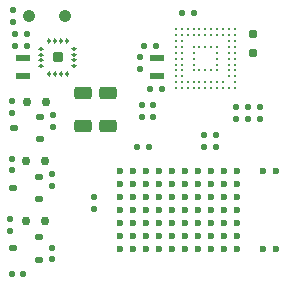
<source format=gbr>
%TF.GenerationSoftware,Altium Limited,Altium Designer,23.3.1 (30)*%
G04 Layer_Color=8421504*
%FSLAX45Y45*%
%MOMM*%
%TF.SameCoordinates,B56B3050-E4CE-4FE9-8081-1B6FDF6B35C2*%
%TF.FilePolarity,Positive*%
%TF.FileFunction,Paste,Top*%
%TF.Part,Single*%
G01*
G75*
%TA.AperFunction,BGAPad,SMDef*%
%ADD18C,0.25000*%
%TA.AperFunction,BGAPad,CuDef*%
%ADD19C,0.25000*%
%ADD20C,0.60000*%
%TA.AperFunction,SMDPad,CuDef*%
G04:AMPARAMS|DCode=53|XSize=0.53666mm|YSize=0.53666mm|CornerRadius=0.11833mm|HoleSize=0mm|Usage=FLASHONLY|Rotation=270.000|XOffset=0mm|YOffset=0mm|HoleType=Round|Shape=RoundedRectangle|*
%AMROUNDEDRECTD53*
21,1,0.53666,0.30000,0,0,270.0*
21,1,0.30000,0.53666,0,0,270.0*
1,1,0.23666,-0.15000,-0.15000*
1,1,0.23666,-0.15000,0.15000*
1,1,0.23666,0.15000,0.15000*
1,1,0.23666,0.15000,-0.15000*
%
%ADD53ROUNDEDRECTD53*%
G04:AMPARAMS|DCode=54|XSize=0.53666mm|YSize=0.53666mm|CornerRadius=0.11833mm|HoleSize=0mm|Usage=FLASHONLY|Rotation=0.000|XOffset=0mm|YOffset=0mm|HoleType=Round|Shape=RoundedRectangle|*
%AMROUNDEDRECTD54*
21,1,0.53666,0.30000,0,0,0.0*
21,1,0.30000,0.53666,0,0,0.0*
1,1,0.23666,0.15000,-0.15000*
1,1,0.23666,-0.15000,-0.15000*
1,1,0.23666,-0.15000,0.15000*
1,1,0.23666,0.15000,0.15000*
%
%ADD54ROUNDEDRECTD54*%
%TA.AperFunction,OtherPad,Free Pad (9mm,19.55mm)*%
G04:AMPARAMS|DCode=55|XSize=0.44mm|YSize=0.27mm|CornerRadius=0.1215mm|HoleSize=0mm|Usage=FLASHONLY|Rotation=0.000|XOffset=0mm|YOffset=0mm|HoleType=Round|Shape=RoundedRectangle|*
%AMROUNDEDRECTD55*
21,1,0.44000,0.02700,0,0,0.0*
21,1,0.19700,0.27000,0,0,0.0*
1,1,0.24300,0.09850,-0.01350*
1,1,0.24300,-0.09850,-0.01350*
1,1,0.24300,-0.09850,0.01350*
1,1,0.24300,0.09850,0.01350*
%
%ADD55ROUNDEDRECTD55*%
%TA.AperFunction,OtherPad,Free Pad (9mm,20.05mm)*%
G04:AMPARAMS|DCode=56|XSize=0.44mm|YSize=0.27mm|CornerRadius=0.1215mm|HoleSize=0mm|Usage=FLASHONLY|Rotation=0.000|XOffset=0mm|YOffset=0mm|HoleType=Round|Shape=RoundedRectangle|*
%AMROUNDEDRECTD56*
21,1,0.44000,0.02700,0,0,0.0*
21,1,0.19700,0.27000,0,0,0.0*
1,1,0.24300,0.09850,-0.01350*
1,1,0.24300,-0.09850,-0.01350*
1,1,0.24300,-0.09850,0.01350*
1,1,0.24300,0.09850,0.01350*
%
%ADD56ROUNDEDRECTD56*%
%TA.AperFunction,OtherPad,Free Pad (9mm,20.55mm)*%
G04:AMPARAMS|DCode=57|XSize=0.44mm|YSize=0.27mm|CornerRadius=0.1215mm|HoleSize=0mm|Usage=FLASHONLY|Rotation=0.000|XOffset=0mm|YOffset=0mm|HoleType=Round|Shape=RoundedRectangle|*
%AMROUNDEDRECTD57*
21,1,0.44000,0.02700,0,0,0.0*
21,1,0.19700,0.27000,0,0,0.0*
1,1,0.24300,0.09850,-0.01350*
1,1,0.24300,-0.09850,-0.01350*
1,1,0.24300,-0.09850,0.01350*
1,1,0.24300,0.09850,0.01350*
%
%ADD57ROUNDEDRECTD57*%
%TA.AperFunction,OtherPad,Free Pad (9mm,21.05mm)*%
G04:AMPARAMS|DCode=58|XSize=0.44mm|YSize=0.27mm|CornerRadius=0.1215mm|HoleSize=0mm|Usage=FLASHONLY|Rotation=0.000|XOffset=0mm|YOffset=0mm|HoleType=Round|Shape=RoundedRectangle|*
%AMROUNDEDRECTD58*
21,1,0.44000,0.02700,0,0,0.0*
21,1,0.19700,0.27000,0,0,0.0*
1,1,0.24300,0.09850,-0.01350*
1,1,0.24300,-0.09850,-0.01350*
1,1,0.24300,-0.09850,0.01350*
1,1,0.24300,0.09850,0.01350*
%
%ADD58ROUNDEDRECTD58*%
%TA.AperFunction,OtherPad,Free Pad (9.65mm,21.7mm)*%
G04:AMPARAMS|DCode=59|XSize=0.44mm|YSize=0.27mm|CornerRadius=0.1215mm|HoleSize=0mm|Usage=FLASHONLY|Rotation=270.000|XOffset=0mm|YOffset=0mm|HoleType=Round|Shape=RoundedRectangle|*
%AMROUNDEDRECTD59*
21,1,0.44000,0.02700,0,0,270.0*
21,1,0.19700,0.27000,0,0,270.0*
1,1,0.24300,-0.01350,-0.09850*
1,1,0.24300,-0.01350,0.09850*
1,1,0.24300,0.01350,0.09850*
1,1,0.24300,0.01350,-0.09850*
%
%ADD59ROUNDEDRECTD59*%
%TA.AperFunction,OtherPad,Free Pad (10.15mm,21.7mm)*%
G04:AMPARAMS|DCode=60|XSize=0.44mm|YSize=0.27mm|CornerRadius=0.1215mm|HoleSize=0mm|Usage=FLASHONLY|Rotation=270.000|XOffset=0mm|YOffset=0mm|HoleType=Round|Shape=RoundedRectangle|*
%AMROUNDEDRECTD60*
21,1,0.44000,0.02700,0,0,270.0*
21,1,0.19700,0.27000,0,0,270.0*
1,1,0.24300,-0.01350,-0.09850*
1,1,0.24300,-0.01350,0.09850*
1,1,0.24300,0.01350,0.09850*
1,1,0.24300,0.01350,-0.09850*
%
%ADD60ROUNDEDRECTD60*%
%TA.AperFunction,OtherPad,Free Pad (10.65mm,21.7mm)*%
G04:AMPARAMS|DCode=61|XSize=0.44mm|YSize=0.27mm|CornerRadius=0.1215mm|HoleSize=0mm|Usage=FLASHONLY|Rotation=270.000|XOffset=0mm|YOffset=0mm|HoleType=Round|Shape=RoundedRectangle|*
%AMROUNDEDRECTD61*
21,1,0.44000,0.02700,0,0,270.0*
21,1,0.19700,0.27000,0,0,270.0*
1,1,0.24300,-0.01350,-0.09850*
1,1,0.24300,-0.01350,0.09850*
1,1,0.24300,0.01350,0.09850*
1,1,0.24300,0.01350,-0.09850*
%
%ADD61ROUNDEDRECTD61*%
%TA.AperFunction,OtherPad,Free Pad (11.15mm,21.7mm)*%
G04:AMPARAMS|DCode=62|XSize=0.44mm|YSize=0.27mm|CornerRadius=0.1215mm|HoleSize=0mm|Usage=FLASHONLY|Rotation=270.000|XOffset=0mm|YOffset=0mm|HoleType=Round|Shape=RoundedRectangle|*
%AMROUNDEDRECTD62*
21,1,0.44000,0.02700,0,0,270.0*
21,1,0.19700,0.27000,0,0,270.0*
1,1,0.24300,-0.01350,-0.09850*
1,1,0.24300,-0.01350,0.09850*
1,1,0.24300,0.01350,0.09850*
1,1,0.24300,0.01350,-0.09850*
%
%ADD62ROUNDEDRECTD62*%
%TA.AperFunction,OtherPad,Free Pad (11.8mm,21.05mm)*%
G04:AMPARAMS|DCode=63|XSize=0.44mm|YSize=0.27mm|CornerRadius=0.1215mm|HoleSize=0mm|Usage=FLASHONLY|Rotation=180.000|XOffset=0mm|YOffset=0mm|HoleType=Round|Shape=RoundedRectangle|*
%AMROUNDEDRECTD63*
21,1,0.44000,0.02700,0,0,180.0*
21,1,0.19700,0.27000,0,0,180.0*
1,1,0.24300,-0.09850,0.01350*
1,1,0.24300,0.09850,0.01350*
1,1,0.24300,0.09850,-0.01350*
1,1,0.24300,-0.09850,-0.01350*
%
%ADD63ROUNDEDRECTD63*%
%TA.AperFunction,OtherPad,Free Pad (11.8mm,20.55mm)*%
G04:AMPARAMS|DCode=64|XSize=0.44mm|YSize=0.27mm|CornerRadius=0.1215mm|HoleSize=0mm|Usage=FLASHONLY|Rotation=180.000|XOffset=0mm|YOffset=0mm|HoleType=Round|Shape=RoundedRectangle|*
%AMROUNDEDRECTD64*
21,1,0.44000,0.02700,0,0,180.0*
21,1,0.19700,0.27000,0,0,180.0*
1,1,0.24300,-0.09850,0.01350*
1,1,0.24300,0.09850,0.01350*
1,1,0.24300,0.09850,-0.01350*
1,1,0.24300,-0.09850,-0.01350*
%
%ADD64ROUNDEDRECTD64*%
%TA.AperFunction,OtherPad,Free Pad (11.8mm,20.05mm)*%
G04:AMPARAMS|DCode=65|XSize=0.44mm|YSize=0.27mm|CornerRadius=0.1215mm|HoleSize=0mm|Usage=FLASHONLY|Rotation=180.000|XOffset=0mm|YOffset=0mm|HoleType=Round|Shape=RoundedRectangle|*
%AMROUNDEDRECTD65*
21,1,0.44000,0.02700,0,0,180.0*
21,1,0.19700,0.27000,0,0,180.0*
1,1,0.24300,-0.09850,0.01350*
1,1,0.24300,0.09850,0.01350*
1,1,0.24300,0.09850,-0.01350*
1,1,0.24300,-0.09850,-0.01350*
%
%ADD65ROUNDEDRECTD65*%
%TA.AperFunction,OtherPad,Free Pad (11.8mm,19.55mm)*%
G04:AMPARAMS|DCode=66|XSize=0.44mm|YSize=0.27mm|CornerRadius=0.1215mm|HoleSize=0mm|Usage=FLASHONLY|Rotation=180.000|XOffset=0mm|YOffset=0mm|HoleType=Round|Shape=RoundedRectangle|*
%AMROUNDEDRECTD66*
21,1,0.44000,0.02700,0,0,180.0*
21,1,0.19700,0.27000,0,0,180.0*
1,1,0.24300,-0.09850,0.01350*
1,1,0.24300,0.09850,0.01350*
1,1,0.24300,0.09850,-0.01350*
1,1,0.24300,-0.09850,-0.01350*
%
%ADD66ROUNDEDRECTD66*%
%TA.AperFunction,OtherPad,Free Pad (11.15mm,18.9mm)*%
G04:AMPARAMS|DCode=67|XSize=0.44mm|YSize=0.27mm|CornerRadius=0.1215mm|HoleSize=0mm|Usage=FLASHONLY|Rotation=90.000|XOffset=0mm|YOffset=0mm|HoleType=Round|Shape=RoundedRectangle|*
%AMROUNDEDRECTD67*
21,1,0.44000,0.02700,0,0,90.0*
21,1,0.19700,0.27000,0,0,90.0*
1,1,0.24300,0.01350,0.09850*
1,1,0.24300,0.01350,-0.09850*
1,1,0.24300,-0.01350,-0.09850*
1,1,0.24300,-0.01350,0.09850*
%
%ADD67ROUNDEDRECTD67*%
%TA.AperFunction,OtherPad,Free Pad (10.65mm,18.9mm)*%
G04:AMPARAMS|DCode=68|XSize=0.44mm|YSize=0.27mm|CornerRadius=0.1215mm|HoleSize=0mm|Usage=FLASHONLY|Rotation=90.000|XOffset=0mm|YOffset=0mm|HoleType=Round|Shape=RoundedRectangle|*
%AMROUNDEDRECTD68*
21,1,0.44000,0.02700,0,0,90.0*
21,1,0.19700,0.27000,0,0,90.0*
1,1,0.24300,0.01350,0.09850*
1,1,0.24300,0.01350,-0.09850*
1,1,0.24300,-0.01350,-0.09850*
1,1,0.24300,-0.01350,0.09850*
%
%ADD68ROUNDEDRECTD68*%
%TA.AperFunction,OtherPad,Free Pad (10.15mm,18.9mm)*%
G04:AMPARAMS|DCode=69|XSize=0.44mm|YSize=0.27mm|CornerRadius=0.1215mm|HoleSize=0mm|Usage=FLASHONLY|Rotation=90.000|XOffset=0mm|YOffset=0mm|HoleType=Round|Shape=RoundedRectangle|*
%AMROUNDEDRECTD69*
21,1,0.44000,0.02700,0,0,90.0*
21,1,0.19700,0.27000,0,0,90.0*
1,1,0.24300,0.01350,0.09850*
1,1,0.24300,0.01350,-0.09850*
1,1,0.24300,-0.01350,-0.09850*
1,1,0.24300,-0.01350,0.09850*
%
%ADD69ROUNDEDRECTD69*%
%TA.AperFunction,OtherPad,Free Pad (9.65mm,18.9mm)*%
G04:AMPARAMS|DCode=70|XSize=0.44mm|YSize=0.27mm|CornerRadius=0.1215mm|HoleSize=0mm|Usage=FLASHONLY|Rotation=90.000|XOffset=0mm|YOffset=0mm|HoleType=Round|Shape=RoundedRectangle|*
%AMROUNDEDRECTD70*
21,1,0.44000,0.02700,0,0,90.0*
21,1,0.19700,0.27000,0,0,90.0*
1,1,0.24300,0.01350,0.09850*
1,1,0.24300,0.01350,-0.09850*
1,1,0.24300,-0.01350,-0.09850*
1,1,0.24300,-0.01350,0.09850*
%
%ADD70ROUNDEDRECTD70*%
%TA.AperFunction,OtherPad,Free Pad (7.8mm,16.533mm)*%
G04:AMPARAMS|DCode=71|XSize=0.73mm|YSize=0.73mm|CornerRadius=0.3285mm|HoleSize=0mm|Usage=FLASHONLY|Rotation=0.000|XOffset=0mm|YOffset=0mm|HoleType=Round|Shape=RoundedRectangle|*
%AMROUNDEDRECTD71*
21,1,0.73000,0.07300,0,0,0.0*
21,1,0.07300,0.73000,0,0,0.0*
1,1,0.65700,0.03650,-0.03650*
1,1,0.65700,-0.03650,-0.03650*
1,1,0.65700,-0.03650,0.03650*
1,1,0.65700,0.03650,0.03650*
%
%ADD71ROUNDEDRECTD71*%
%TA.AperFunction,OtherPad,Free Pad (9.4mm,16.533mm)*%
G04:AMPARAMS|DCode=72|XSize=0.73mm|YSize=0.73mm|CornerRadius=0.3285mm|HoleSize=0mm|Usage=FLASHONLY|Rotation=0.000|XOffset=0mm|YOffset=0mm|HoleType=Round|Shape=RoundedRectangle|*
%AMROUNDEDRECTD72*
21,1,0.73000,0.07300,0,0,0.0*
21,1,0.07300,0.73000,0,0,0.0*
1,1,0.65700,0.03650,-0.03650*
1,1,0.65700,-0.03650,-0.03650*
1,1,0.65700,-0.03650,0.03650*
1,1,0.65700,0.03650,0.03650*
%
%ADD72ROUNDEDRECTD72*%
%TA.AperFunction,OtherPad,Free Pad (11mm,23.8mm)*%
G04:AMPARAMS|DCode=73|XSize=1mm|YSize=1mm|CornerRadius=0.45mm|HoleSize=0mm|Usage=FLASHONLY|Rotation=180.000|XOffset=0mm|YOffset=0mm|HoleType=Round|Shape=RoundedRectangle|*
%AMROUNDEDRECTD73*
21,1,1.00000,0.10000,0,0,180.0*
21,1,0.10000,1.00000,0,0,180.0*
1,1,0.90000,-0.05000,0.05000*
1,1,0.90000,0.05000,0.05000*
1,1,0.90000,0.05000,-0.05000*
1,1,0.90000,-0.05000,-0.05000*
%
%ADD73ROUNDEDRECTD73*%
%TA.AperFunction,OtherPad,Free Pad (8mm,23.8mm)*%
G04:AMPARAMS|DCode=74|XSize=1mm|YSize=1mm|CornerRadius=0.45mm|HoleSize=0mm|Usage=FLASHONLY|Rotation=180.000|XOffset=0mm|YOffset=0mm|HoleType=Round|Shape=RoundedRectangle|*
%AMROUNDEDRECTD74*
21,1,1.00000,0.10000,0,0,180.0*
21,1,0.10000,1.00000,0,0,180.0*
1,1,0.90000,-0.05000,0.05000*
1,1,0.90000,0.05000,0.05000*
1,1,0.90000,0.05000,-0.05000*
1,1,0.90000,-0.05000,-0.05000*
%
%ADD74ROUNDEDRECTD74*%
%TA.AperFunction,OtherPad,Free Pad (9.3mm,11.533mm)*%
G04:AMPARAMS|DCode=75|XSize=0.73mm|YSize=0.73mm|CornerRadius=0.3285mm|HoleSize=0mm|Usage=FLASHONLY|Rotation=0.000|XOffset=0mm|YOffset=0mm|HoleType=Round|Shape=RoundedRectangle|*
%AMROUNDEDRECTD75*
21,1,0.73000,0.07300,0,0,0.0*
21,1,0.07300,0.73000,0,0,0.0*
1,1,0.65700,0.03650,-0.03650*
1,1,0.65700,-0.03650,-0.03650*
1,1,0.65700,-0.03650,0.03650*
1,1,0.65700,0.03650,0.03650*
%
%ADD75ROUNDEDRECTD75*%
%TA.AperFunction,OtherPad,Free Pad (7.7mm,11.533mm)*%
G04:AMPARAMS|DCode=76|XSize=0.73mm|YSize=0.73mm|CornerRadius=0.3285mm|HoleSize=0mm|Usage=FLASHONLY|Rotation=0.000|XOffset=0mm|YOffset=0mm|HoleType=Round|Shape=RoundedRectangle|*
%AMROUNDEDRECTD76*
21,1,0.73000,0.07300,0,0,0.0*
21,1,0.07300,0.73000,0,0,0.0*
1,1,0.65700,0.03650,-0.03650*
1,1,0.65700,-0.03650,-0.03650*
1,1,0.65700,-0.03650,0.03650*
1,1,0.65700,0.03650,0.03650*
%
%ADD76ROUNDEDRECTD76*%
%TA.AperFunction,OtherPad,Free Pad (9.3mm,6.433mm)*%
G04:AMPARAMS|DCode=77|XSize=0.73mm|YSize=0.73mm|CornerRadius=0.3285mm|HoleSize=0mm|Usage=FLASHONLY|Rotation=0.000|XOffset=0mm|YOffset=0mm|HoleType=Round|Shape=RoundedRectangle|*
%AMROUNDEDRECTD77*
21,1,0.73000,0.07300,0,0,0.0*
21,1,0.07300,0.73000,0,0,0.0*
1,1,0.65700,0.03650,-0.03650*
1,1,0.65700,-0.03650,-0.03650*
1,1,0.65700,-0.03650,0.03650*
1,1,0.65700,0.03650,0.03650*
%
%ADD77ROUNDEDRECTD77*%
%TA.AperFunction,OtherPad,Free Pad (7.7mm,6.433mm)*%
G04:AMPARAMS|DCode=78|XSize=0.73mm|YSize=0.73mm|CornerRadius=0.3285mm|HoleSize=0mm|Usage=FLASHONLY|Rotation=0.000|XOffset=0mm|YOffset=0mm|HoleType=Round|Shape=RoundedRectangle|*
%AMROUNDEDRECTD78*
21,1,0.73000,0.07300,0,0,0.0*
21,1,0.07300,0.73000,0,0,0.0*
1,1,0.65700,0.03650,-0.03650*
1,1,0.65700,-0.03650,-0.03650*
1,1,0.65700,-0.03650,0.03650*
1,1,0.65700,0.03650,0.03650*
%
%ADD78ROUNDEDRECTD78*%
%TA.AperFunction,SMDPad,CuDef*%
G04:AMPARAMS|DCode=79|XSize=0.51738mm|YSize=1.21738mm|CornerRadius=0.09619mm|HoleSize=0mm|Usage=FLASHONLY|Rotation=270.000|XOffset=0mm|YOffset=0mm|HoleType=Round|Shape=RoundedRectangle|*
%AMROUNDEDRECTD79*
21,1,0.51738,1.02500,0,0,270.0*
21,1,0.32500,1.21738,0,0,270.0*
1,1,0.19237,-0.51250,-0.16250*
1,1,0.19237,-0.51250,0.16250*
1,1,0.19237,0.51250,0.16250*
1,1,0.19237,0.51250,-0.16250*
%
%ADD79ROUNDEDRECTD79*%
G04:AMPARAMS|DCode=80|XSize=1.45862mm|YSize=1.05862mm|CornerRadius=0.21681mm|HoleSize=0mm|Usage=FLASHONLY|Rotation=180.000|XOffset=0mm|YOffset=0mm|HoleType=Round|Shape=RoundedRectangle|*
%AMROUNDEDRECTD80*
21,1,1.45862,0.62500,0,0,180.0*
21,1,1.02500,1.05862,0,0,180.0*
1,1,0.43362,-0.51250,0.31250*
1,1,0.43362,0.51250,0.31250*
1,1,0.43362,0.51250,-0.31250*
1,1,0.43362,-0.51250,-0.31250*
%
%ADD80ROUNDEDRECTD80*%
G04:AMPARAMS|DCode=81|XSize=0.79903mm|YSize=0.79903mm|CornerRadius=0.11702mm|HoleSize=0mm|Usage=FLASHONLY|Rotation=90.000|XOffset=0mm|YOffset=0mm|HoleType=Round|Shape=RoundedRectangle|*
%AMROUNDEDRECTD81*
21,1,0.79903,0.56500,0,0,90.0*
21,1,0.56500,0.79903,0,0,90.0*
1,1,0.23403,0.28250,0.28250*
1,1,0.23403,0.28250,-0.28250*
1,1,0.23403,-0.28250,-0.28250*
1,1,0.23403,-0.28250,0.28250*
%
%ADD81ROUNDEDRECTD81*%
G04:AMPARAMS|DCode=82|XSize=0.51315mm|YSize=0.61315mm|CornerRadius=0.10658mm|HoleSize=0mm|Usage=FLASHONLY|Rotation=270.000|XOffset=0mm|YOffset=0mm|HoleType=Round|Shape=RoundedRectangle|*
%AMROUNDEDRECTD82*
21,1,0.51315,0.40000,0,0,270.0*
21,1,0.30000,0.61315,0,0,270.0*
1,1,0.21315,-0.20000,-0.15000*
1,1,0.21315,-0.20000,0.15000*
1,1,0.21315,0.20000,0.15000*
1,1,0.21315,0.20000,-0.15000*
%
%ADD82ROUNDEDRECTD82*%
G04:AMPARAMS|DCode=83|XSize=0.69282mm|YSize=0.69282mm|CornerRadius=0.14641mm|HoleSize=0mm|Usage=FLASHONLY|Rotation=180.000|XOffset=0mm|YOffset=0mm|HoleType=Round|Shape=RoundedRectangle|*
%AMROUNDEDRECTD83*
21,1,0.69282,0.40000,0,0,180.0*
21,1,0.40000,0.69282,0,0,180.0*
1,1,0.29282,-0.20000,0.20000*
1,1,0.29282,0.20000,0.20000*
1,1,0.29282,0.20000,-0.20000*
1,1,0.29282,-0.20000,-0.20000*
%
%ADD83ROUNDEDRECTD83*%
D18*
X2040000Y2270000D02*
D03*
X2540000D02*
D03*
X2090000Y2220000D02*
D03*
Y1820000D02*
D03*
X2040000Y1770000D02*
D03*
X2540000D02*
D03*
X2490000Y2220000D02*
D03*
D19*
X2090000Y2270000D02*
D03*
X2140000D02*
D03*
X2190000D02*
D03*
X2240000D02*
D03*
X2290000D02*
D03*
X2340000D02*
D03*
X2390000D02*
D03*
X2440000D02*
D03*
X2490000D02*
D03*
X2040000Y2220000D02*
D03*
X2140000D02*
D03*
X2190000D02*
D03*
X2240000D02*
D03*
X2290000D02*
D03*
X2340000D02*
D03*
X2390000D02*
D03*
X2440000D02*
D03*
X2540000D02*
D03*
X2040000Y2170000D02*
D03*
X2090000D02*
D03*
X2490000D02*
D03*
X2540000D02*
D03*
X2040000Y2120000D02*
D03*
X2090000D02*
D03*
X2190000D02*
D03*
X2240000D02*
D03*
X2290000D02*
D03*
X2340000D02*
D03*
X2390000D02*
D03*
X2490000D02*
D03*
X2540000D02*
D03*
X2040000Y2070000D02*
D03*
X2090000D02*
D03*
X2190000D02*
D03*
X2390000D02*
D03*
X2490000D02*
D03*
X2540000D02*
D03*
X2040000Y2020000D02*
D03*
X2090000D02*
D03*
X2190000D02*
D03*
X2390000D02*
D03*
X2490000D02*
D03*
X2540000D02*
D03*
X2040000Y1970000D02*
D03*
X2090000D02*
D03*
X2190000D02*
D03*
X2390000D02*
D03*
X2490000D02*
D03*
X2540000D02*
D03*
X2040000Y1920000D02*
D03*
X2090000D02*
D03*
X2190000D02*
D03*
X2240000D02*
D03*
X2290000D02*
D03*
X2340000D02*
D03*
X2390000D02*
D03*
X2490000D02*
D03*
X2540000D02*
D03*
X2040000Y1870000D02*
D03*
X2090000D02*
D03*
X2490000D02*
D03*
X2540000D02*
D03*
X2040000Y1820000D02*
D03*
X2140000D02*
D03*
X2190000D02*
D03*
X2240000D02*
D03*
X2290000D02*
D03*
X2340000D02*
D03*
X2390000D02*
D03*
X2440000D02*
D03*
X2540000D02*
D03*
X2090000Y1770000D02*
D03*
X2140000D02*
D03*
X2190000D02*
D03*
X2240000D02*
D03*
X2290000D02*
D03*
X2340000D02*
D03*
X2390000D02*
D03*
X2440000D02*
D03*
X2490000D02*
D03*
D20*
X2890000Y1070000D02*
D03*
X2780000D02*
D03*
X2560000D02*
D03*
X2450000D02*
D03*
X2340000D02*
D03*
X2230000D02*
D03*
X2120000D02*
D03*
X2010000D02*
D03*
X1900000D02*
D03*
X1790000D02*
D03*
X1680000D02*
D03*
X1570000D02*
D03*
X2560000Y960000D02*
D03*
X2450000D02*
D03*
X2340000D02*
D03*
X2230000D02*
D03*
X2120000D02*
D03*
X2010000D02*
D03*
X1900000D02*
D03*
X1790000D02*
D03*
X1680000D02*
D03*
X1570000D02*
D03*
X2560000Y850000D02*
D03*
X2450000D02*
D03*
X2340000D02*
D03*
X2230000D02*
D03*
X2120000D02*
D03*
X2010000D02*
D03*
X1900000D02*
D03*
X1790000D02*
D03*
X1680000D02*
D03*
X1570000D02*
D03*
X2560000Y740000D02*
D03*
X2450000D02*
D03*
X2340000D02*
D03*
X2230000D02*
D03*
X2120000D02*
D03*
X2010000D02*
D03*
X1900000D02*
D03*
X1790000D02*
D03*
X1680000D02*
D03*
X1570000D02*
D03*
X2560000Y630000D02*
D03*
X2450000D02*
D03*
X2340000D02*
D03*
X2230000D02*
D03*
X2120000D02*
D03*
X2010000D02*
D03*
X1900000D02*
D03*
X1790000D02*
D03*
X1680000D02*
D03*
X1570000D02*
D03*
X2560000Y520000D02*
D03*
X2450000D02*
D03*
X2340000D02*
D03*
X2230000D02*
D03*
X2120000D02*
D03*
X2010000D02*
D03*
X1900000D02*
D03*
X1790000D02*
D03*
X1680000D02*
D03*
X1570000D02*
D03*
X2890000Y410000D02*
D03*
X2780000D02*
D03*
X2560000D02*
D03*
X2450000D02*
D03*
X2340000D02*
D03*
X2230000D02*
D03*
X2120000D02*
D03*
X2010000D02*
D03*
X1900000D02*
D03*
X1790000D02*
D03*
X1680000D02*
D03*
X1570000D02*
D03*
D53*
X780000Y2130000D02*
D03*
X680000D02*
D03*
X780000Y2230000D02*
D03*
X680000D02*
D03*
X1920000Y1760000D02*
D03*
X1820000D02*
D03*
X2090000Y2410000D02*
D03*
X2190000D02*
D03*
X1870002Y2130001D02*
D03*
X1770002D02*
D03*
X1710000Y1270000D02*
D03*
X1810000D02*
D03*
X650000Y200000D02*
D03*
X750000D02*
D03*
D54*
X660000Y2330000D02*
D03*
Y2430000D02*
D03*
X650000Y1663289D02*
D03*
Y1563289D02*
D03*
X2550000Y1610000D02*
D03*
Y1510000D02*
D03*
X2750000Y1610000D02*
D03*
Y1510000D02*
D03*
X2650000Y1610000D02*
D03*
Y1510000D02*
D03*
X2280000Y1370000D02*
D03*
Y1270000D02*
D03*
X2380000Y1370000D02*
D03*
Y1270000D02*
D03*
X1000000Y1440000D02*
D03*
Y1540000D02*
D03*
X990000Y940000D02*
D03*
Y1040000D02*
D03*
X650000Y1173289D02*
D03*
Y1073289D02*
D03*
X1850000Y1630000D02*
D03*
Y1530000D02*
D03*
X990000Y320000D02*
D03*
Y420000D02*
D03*
X640000Y663289D02*
D03*
Y563289D02*
D03*
X1750001Y1630000D02*
D03*
Y1530000D02*
D03*
X1740000Y1930000D02*
D03*
Y2030000D02*
D03*
X1350000Y850000D02*
D03*
Y750000D02*
D03*
D55*
X900000Y1955000D02*
D03*
D56*
Y2005000D02*
D03*
D57*
Y2055000D02*
D03*
D58*
Y2105000D02*
D03*
D59*
X965000Y2170000D02*
D03*
D60*
X1015000D02*
D03*
D61*
X1065000D02*
D03*
D62*
X1115000D02*
D03*
D63*
X1180000Y2105000D02*
D03*
D64*
Y2055000D02*
D03*
D65*
Y2005000D02*
D03*
D66*
Y1955000D02*
D03*
D67*
X1115000Y1890000D02*
D03*
D68*
X1065000D02*
D03*
D69*
X1015000D02*
D03*
D70*
X965000D02*
D03*
D71*
X780000Y1653289D02*
D03*
D72*
X940000D02*
D03*
D73*
X1100000Y2380000D02*
D03*
D74*
X800000D02*
D03*
D75*
X930000Y1153289D02*
D03*
D76*
X770000D02*
D03*
D77*
X930000Y643289D02*
D03*
D78*
X770000D02*
D03*
D79*
X750000Y2025000D02*
D03*
Y1875000D02*
D03*
X1880001Y1875000D02*
D03*
Y2025000D02*
D03*
D80*
X1250000Y1450000D02*
D03*
Y1730000D02*
D03*
X1470000Y1450000D02*
D03*
Y1730000D02*
D03*
D81*
X1040000Y2030000D02*
D03*
D82*
X890000Y1338289D02*
D03*
Y1528289D02*
D03*
X670000Y1433289D02*
D03*
X880000Y828289D02*
D03*
Y1018289D02*
D03*
X660000Y923289D02*
D03*
X880000Y318289D02*
D03*
Y508289D02*
D03*
X660000Y413289D02*
D03*
D83*
X2690000Y2070000D02*
D03*
Y2230000D02*
D03*
%TF.MD5,322603ef6d54674e7e046bd5535f6b44*%
M02*

</source>
